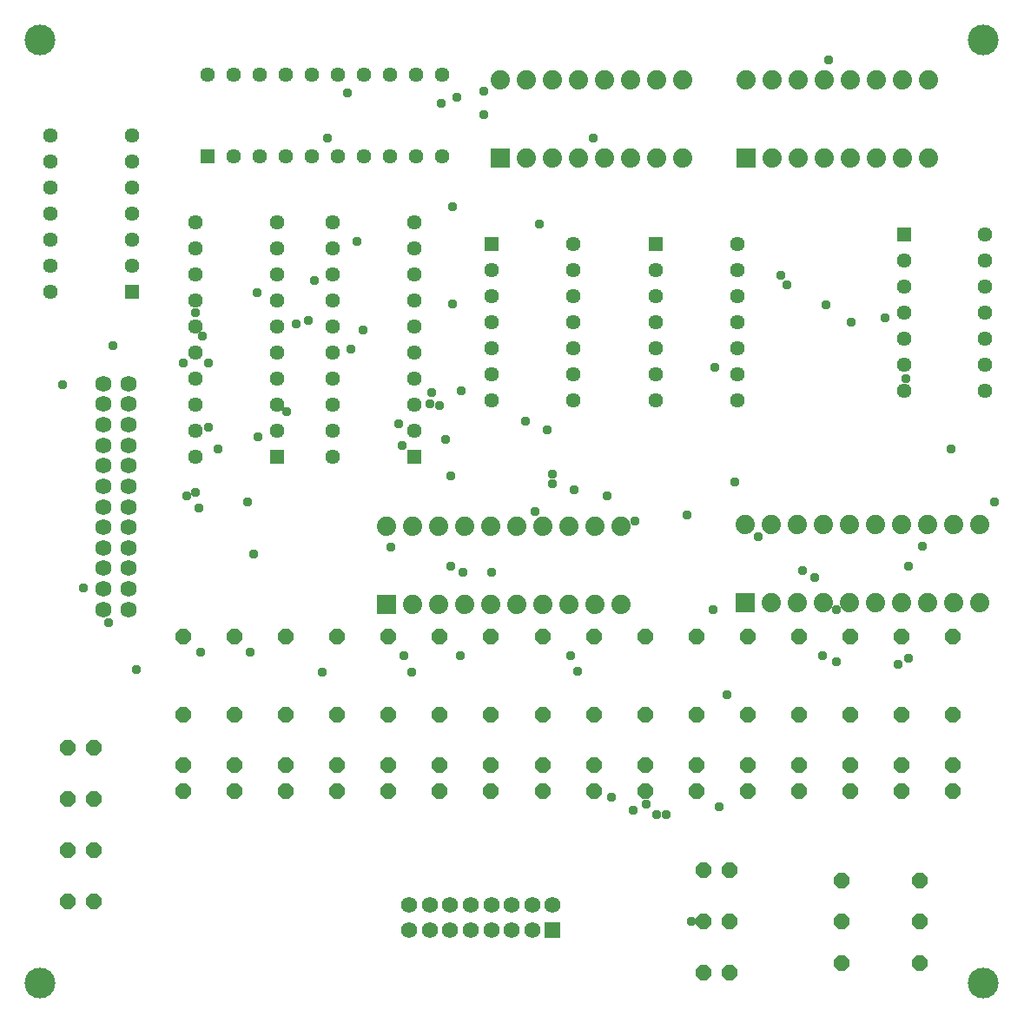
<source format=gbr>
G04 EAGLE Gerber RS-274X export*
G75*
%MOMM*%
%FSLAX34Y34*%
%LPD*%
%INSoldermask Bottom*%
%IPPOS*%
%AMOC8*
5,1,8,0,0,1.08239X$1,22.5*%
G01*
%ADD10R,1.879600X1.879600*%
%ADD11C,1.879600*%
%ADD12C,1.584200*%
%ADD13R,1.561200X1.561200*%
%ADD14C,1.561200*%
%ADD15R,1.441200X1.441200*%
%ADD16C,1.441200*%
%ADD17P,1.649562X8X202.500000*%
%ADD18P,1.649562X8X22.500000*%
%ADD19P,1.649562X8X292.500000*%
%ADD20P,1.649562X8X112.500000*%
%ADD21C,3.003200*%
%ADD22C,0.959600*%


D10*
X728700Y844100D03*
D11*
X754100Y844100D03*
X779500Y844100D03*
X804900Y844100D03*
X830300Y844100D03*
X855700Y844100D03*
X881100Y844100D03*
X906500Y844100D03*
X906500Y920300D03*
X881100Y920300D03*
X855700Y920300D03*
X830300Y920300D03*
X804900Y920300D03*
X779500Y920300D03*
X754100Y920300D03*
X728700Y920300D03*
D10*
X489300Y844100D03*
D11*
X514700Y844100D03*
X540100Y844100D03*
X565500Y844100D03*
X590900Y844100D03*
X616300Y844100D03*
X641700Y844100D03*
X667100Y844100D03*
X667100Y920300D03*
X641700Y920300D03*
X616300Y920300D03*
X590900Y920300D03*
X565500Y920300D03*
X540100Y920300D03*
X514700Y920300D03*
X489300Y920300D03*
D10*
X377900Y409000D03*
D11*
X403300Y409000D03*
X428700Y409000D03*
X454100Y409000D03*
X479500Y409000D03*
X504900Y409000D03*
X530300Y409000D03*
X555700Y409000D03*
X581100Y409000D03*
X606500Y409000D03*
X606500Y485200D03*
X581100Y485200D03*
X555700Y485200D03*
X530300Y485200D03*
X504900Y485200D03*
X479500Y485200D03*
X454100Y485200D03*
X428700Y485200D03*
X403300Y485200D03*
X377900Y485200D03*
D10*
X727900Y411200D03*
D11*
X753300Y411200D03*
X778700Y411200D03*
X804100Y411200D03*
X829500Y411200D03*
X854900Y411200D03*
X880300Y411200D03*
X905700Y411200D03*
X931100Y411200D03*
X956500Y411200D03*
X956500Y487400D03*
X931100Y487400D03*
X905700Y487400D03*
X880300Y487400D03*
X854900Y487400D03*
X829500Y487400D03*
X804100Y487400D03*
X778700Y487400D03*
X753300Y487400D03*
X727900Y487400D03*
D12*
X101600Y404500D03*
X126600Y404500D03*
X101600Y424500D03*
X126600Y424500D03*
X101600Y444500D03*
X126600Y444500D03*
X101600Y464500D03*
X126600Y464500D03*
X101600Y484500D03*
X126600Y484500D03*
X101600Y504500D03*
X126600Y504500D03*
X101600Y524500D03*
X126600Y524500D03*
X101600Y544500D03*
X126600Y544500D03*
X101600Y564500D03*
X126600Y564500D03*
X101600Y584500D03*
X126600Y584500D03*
X101600Y604500D03*
X126600Y604500D03*
X101600Y624500D03*
X126600Y624500D03*
D13*
X540100Y91400D03*
D14*
X540100Y116400D03*
X520100Y91400D03*
X520100Y116400D03*
X500100Y91400D03*
X500100Y116400D03*
X480100Y91400D03*
X480100Y116400D03*
X460100Y91400D03*
X460100Y116400D03*
X440100Y91400D03*
X440100Y116400D03*
X420100Y91400D03*
X420100Y116400D03*
X400100Y91400D03*
X400100Y116400D03*
D15*
X270900Y553500D03*
D16*
X270900Y578900D03*
X270900Y604300D03*
X270900Y629700D03*
X270900Y655100D03*
X270900Y680500D03*
X270900Y705900D03*
X270900Y731300D03*
X270900Y756700D03*
X270900Y782100D03*
X191500Y782100D03*
X191500Y756700D03*
X191500Y731300D03*
X191500Y705900D03*
X191500Y680500D03*
X191500Y655100D03*
X191500Y629700D03*
X191500Y604300D03*
X191500Y578900D03*
X191500Y553500D03*
D15*
X405200Y553500D03*
D16*
X405200Y578900D03*
X405200Y604300D03*
X405200Y629700D03*
X405200Y655100D03*
X405200Y680500D03*
X405200Y705900D03*
X405200Y731300D03*
X405200Y756700D03*
X405200Y782100D03*
X325800Y782100D03*
X325800Y756700D03*
X325800Y731300D03*
X325800Y705900D03*
X325800Y680500D03*
X325800Y655100D03*
X325800Y629700D03*
X325800Y604300D03*
X325800Y578900D03*
X325800Y553500D03*
D15*
X480500Y760300D03*
D16*
X480500Y734900D03*
X480500Y709500D03*
X480500Y684100D03*
X480500Y658700D03*
X480500Y633300D03*
X480500Y607900D03*
X559900Y607900D03*
X559900Y633300D03*
X559900Y658700D03*
X559900Y684100D03*
X559900Y709500D03*
X559900Y734900D03*
X559900Y760300D03*
D15*
X640800Y760300D03*
D16*
X640800Y734900D03*
X640800Y709500D03*
X640800Y684100D03*
X640800Y658700D03*
X640800Y633300D03*
X640800Y607900D03*
X720200Y607900D03*
X720200Y633300D03*
X720200Y658700D03*
X720200Y684100D03*
X720200Y709500D03*
X720200Y734900D03*
X720200Y760300D03*
D15*
X203500Y846500D03*
D16*
X228900Y846500D03*
X254300Y846500D03*
X279700Y846500D03*
X305100Y846500D03*
X330500Y846500D03*
X355900Y846500D03*
X381300Y846500D03*
X406700Y846500D03*
X432100Y846500D03*
X432100Y925900D03*
X406700Y925900D03*
X381300Y925900D03*
X355900Y925900D03*
X330500Y925900D03*
X305100Y925900D03*
X279700Y925900D03*
X254300Y925900D03*
X228900Y925900D03*
X203500Y925900D03*
D15*
X882200Y770300D03*
D16*
X882200Y744900D03*
X882200Y719500D03*
X882200Y694100D03*
X882200Y668700D03*
X882200Y643300D03*
X882200Y617900D03*
X961600Y617900D03*
X961600Y643300D03*
X961600Y668700D03*
X961600Y694100D03*
X961600Y719500D03*
X961600Y744900D03*
X961600Y770300D03*
D17*
X712700Y150000D03*
X687300Y150000D03*
X712700Y100000D03*
X687300Y100000D03*
X712700Y50000D03*
X687300Y50000D03*
D18*
X821900Y140000D03*
X898100Y140000D03*
X821900Y100000D03*
X898100Y100000D03*
X821900Y60000D03*
X898100Y60000D03*
D19*
X880000Y252700D03*
X880000Y227300D03*
X830000Y252700D03*
X830000Y227300D03*
X780000Y252700D03*
X780000Y227300D03*
X730000Y252700D03*
X730000Y227300D03*
X680000Y252700D03*
X680000Y227300D03*
X630000Y252700D03*
X630000Y227300D03*
X580000Y252700D03*
X580000Y227300D03*
X530000Y252700D03*
X530000Y227300D03*
X480000Y252700D03*
X480000Y227300D03*
X430000Y252700D03*
X430000Y227300D03*
X380000Y252700D03*
X380000Y227300D03*
X330000Y252700D03*
X330000Y227300D03*
X280000Y252700D03*
X280000Y227300D03*
X230000Y252700D03*
X230000Y227300D03*
X180000Y252700D03*
X180000Y227300D03*
X930000Y252700D03*
X930000Y227300D03*
D20*
X880000Y301900D03*
X880000Y378100D03*
X830000Y301900D03*
X830000Y378100D03*
X780000Y301900D03*
X780000Y378100D03*
X730000Y301900D03*
X730000Y378100D03*
X680000Y301900D03*
X680000Y378100D03*
X630000Y301900D03*
X630000Y378100D03*
X580000Y301900D03*
X580000Y378100D03*
X530000Y301900D03*
X530000Y378100D03*
X480000Y301900D03*
X480000Y378100D03*
X430000Y301900D03*
X430000Y378100D03*
X380000Y301900D03*
X380000Y378100D03*
X330000Y301900D03*
X330000Y378100D03*
X280000Y301900D03*
X280000Y378100D03*
X230000Y301900D03*
X230000Y378100D03*
X180000Y301900D03*
X180000Y378100D03*
X930000Y301900D03*
X930000Y378100D03*
D18*
X67300Y270000D03*
X92700Y270000D03*
X67300Y220000D03*
X92700Y220000D03*
X67300Y170000D03*
X92700Y170000D03*
X67300Y120000D03*
X92700Y120000D03*
D21*
X40000Y40000D03*
X960000Y40000D03*
X960000Y960000D03*
X40000Y960000D03*
D15*
X129700Y713800D03*
D16*
X129700Y739200D03*
X129700Y764600D03*
X129700Y790000D03*
X129700Y815400D03*
X129700Y840800D03*
X129700Y866200D03*
X50300Y866200D03*
X50300Y840800D03*
X50300Y815400D03*
X50300Y790000D03*
X50300Y764600D03*
X50300Y739200D03*
X50300Y713800D03*
D22*
X900684Y466344D03*
X62484Y623316D03*
X204216Y582168D03*
X472440Y909828D03*
X970788Y509016D03*
X618744Y208788D03*
X280416Y597408D03*
X252984Y573024D03*
X242316Y509016D03*
X803148Y359664D03*
X134112Y345948D03*
X82296Y425196D03*
X876300Y350520D03*
X355092Y676656D03*
X195072Y502920D03*
X886968Y356616D03*
X289560Y682752D03*
X251460Y713232D03*
X886968Y446532D03*
X198120Y670560D03*
X710184Y321564D03*
X339852Y908304D03*
X762000Y729996D03*
X111252Y661416D03*
X740664Y475488D03*
X513588Y588264D03*
X182880Y515112D03*
X248412Y458724D03*
X560832Y521208D03*
X213360Y560832D03*
X192024Y518160D03*
X429768Y603504D03*
X768096Y720852D03*
X783336Y441960D03*
X675132Y100584D03*
X717804Y528828D03*
X809244Y940308D03*
X816864Y353568D03*
X592836Y515112D03*
X597408Y220980D03*
X620268Y490728D03*
X451104Y617220D03*
X539496Y527304D03*
X630936Y214884D03*
X670560Y496824D03*
X806196Y701040D03*
X527304Y780288D03*
X641604Y204216D03*
X830580Y684276D03*
X393192Y563880D03*
X440436Y534924D03*
X440436Y446532D03*
X563880Y344424D03*
X402336Y342900D03*
X307848Y725424D03*
X431292Y897636D03*
X106680Y391668D03*
X449580Y359664D03*
X348996Y763524D03*
X446532Y903732D03*
X480060Y440436D03*
X435864Y569976D03*
X390144Y585216D03*
X557784Y359664D03*
X301752Y685800D03*
X472440Y886968D03*
X179832Y644652D03*
X204216Y644652D03*
X394716Y359664D03*
X315468Y342900D03*
X420624Y605028D03*
X452628Y440436D03*
X342900Y658368D03*
X245364Y362712D03*
X422148Y615696D03*
X522732Y499872D03*
X382524Y464820D03*
X196596Y362712D03*
X539496Y536448D03*
X696468Y403860D03*
X650748Y204216D03*
X883920Y629412D03*
X192024Y693420D03*
X816864Y403860D03*
X795528Y435864D03*
X697992Y640080D03*
X441960Y797052D03*
X441960Y702564D03*
X702564Y211836D03*
X534924Y579120D03*
X579120Y864108D03*
X320040Y864108D03*
X928116Y560832D03*
X864108Y688848D03*
M02*

</source>
